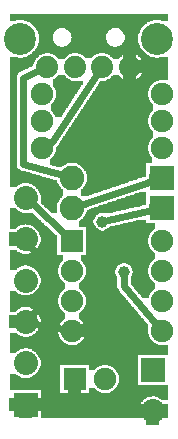
<source format=gtl>
G04 MADE WITH FRITZING*
G04 WWW.FRITZING.ORG*
G04 DOUBLE SIDED*
G04 HOLES PLATED*
G04 CONTOUR ON CENTER OF CONTOUR VECTOR*
%ASAXBY*%
%FSLAX23Y23*%
%MOIN*%
%OFA0B0*%
%SFA1.0B1.0*%
%ADD10C,0.075000*%
%ADD11C,0.082000*%
%ADD12C,0.080000*%
%ADD13C,0.074000*%
%ADD14C,0.106614*%
%ADD15C,0.039370*%
%ADD16R,0.075000X0.075000*%
%ADD17R,0.082000X0.082000*%
%ADD18R,0.080000X0.080000*%
%ADD19C,0.024000*%
%LNCOPPER1*%
G90*
G70*
G54D10*
X363Y1084D03*
X456Y594D03*
X146Y939D03*
X546Y939D03*
X146Y1119D03*
X546Y1119D03*
X256Y169D03*
X356Y169D03*
G54D11*
X544Y739D03*
X246Y739D03*
X544Y839D03*
X246Y839D03*
G54D12*
X516Y199D03*
X516Y61D03*
X92Y84D03*
X92Y222D03*
X92Y360D03*
X92Y497D03*
X92Y635D03*
X92Y773D03*
G54D10*
X246Y629D03*
X546Y629D03*
X246Y529D03*
X546Y529D03*
X246Y429D03*
X546Y429D03*
X246Y329D03*
X546Y329D03*
X146Y1029D03*
X546Y1029D03*
G54D13*
X164Y1209D03*
X258Y1209D03*
X346Y1209D03*
X440Y1209D03*
G54D14*
X530Y1304D03*
X74Y1304D03*
G54D13*
X164Y1209D03*
X258Y1209D03*
X346Y1209D03*
X440Y1209D03*
G54D14*
X530Y1304D03*
X74Y1304D03*
G54D13*
X164Y1209D03*
X258Y1209D03*
X346Y1209D03*
X440Y1209D03*
G54D14*
X530Y1304D03*
X74Y1304D03*
G54D15*
X348Y694D03*
X420Y526D03*
G54D16*
X256Y169D03*
G54D17*
X545Y739D03*
X545Y839D03*
G54D18*
X516Y199D03*
X92Y84D03*
G54D16*
X246Y629D03*
G54D19*
X277Y750D02*
X514Y829D01*
D02*
X226Y649D02*
X115Y752D01*
D02*
X171Y953D02*
X180Y958D01*
X180Y958D02*
X330Y1185D01*
D02*
X528Y351D02*
X420Y478D01*
X420Y478D02*
X420Y507D01*
D02*
X367Y698D02*
X513Y732D01*
D02*
X218Y335D02*
X123Y354D01*
D02*
X111Y610D02*
X156Y550D01*
X156Y550D02*
X156Y430D01*
X156Y430D02*
X113Y383D01*
D02*
X216Y848D02*
X84Y886D01*
X84Y886D02*
X84Y1174D01*
X84Y1174D02*
X138Y1198D01*
G36*
X200Y1182D02*
X200Y1180D01*
X198Y1180D01*
X198Y1178D01*
X196Y1178D01*
X196Y1176D01*
X194Y1176D01*
X194Y1174D01*
X192Y1174D01*
X192Y1172D01*
X190Y1172D01*
X190Y1170D01*
X186Y1170D01*
X186Y1168D01*
X182Y1168D01*
X182Y1148D01*
X184Y1148D01*
X184Y1144D01*
X186Y1144D01*
X186Y1142D01*
X188Y1142D01*
X188Y1138D01*
X190Y1138D01*
X190Y1134D01*
X192Y1134D01*
X192Y1128D01*
X194Y1128D01*
X194Y1112D01*
X192Y1112D01*
X192Y1106D01*
X190Y1106D01*
X190Y1100D01*
X188Y1100D01*
X188Y1098D01*
X186Y1098D01*
X186Y1094D01*
X184Y1094D01*
X184Y1092D01*
X182Y1092D01*
X182Y1090D01*
X180Y1090D01*
X180Y1086D01*
X178Y1086D01*
X178Y1084D01*
X176Y1084D01*
X176Y1064D01*
X178Y1064D01*
X178Y1062D01*
X180Y1062D01*
X180Y1060D01*
X182Y1060D01*
X182Y1058D01*
X184Y1058D01*
X184Y1054D01*
X186Y1054D01*
X186Y1052D01*
X188Y1052D01*
X188Y1048D01*
X190Y1048D01*
X190Y1044D01*
X212Y1044D01*
X212Y1048D01*
X214Y1048D01*
X214Y1050D01*
X216Y1050D01*
X216Y1054D01*
X218Y1054D01*
X218Y1056D01*
X220Y1056D01*
X220Y1060D01*
X222Y1060D01*
X222Y1062D01*
X224Y1062D01*
X224Y1066D01*
X226Y1066D01*
X226Y1068D01*
X228Y1068D01*
X228Y1072D01*
X230Y1072D01*
X230Y1074D01*
X232Y1074D01*
X232Y1078D01*
X234Y1078D01*
X234Y1080D01*
X236Y1080D01*
X236Y1084D01*
X238Y1084D01*
X238Y1086D01*
X240Y1086D01*
X240Y1090D01*
X242Y1090D01*
X242Y1092D01*
X244Y1092D01*
X244Y1096D01*
X246Y1096D01*
X246Y1098D01*
X248Y1098D01*
X248Y1102D01*
X250Y1102D01*
X250Y1106D01*
X252Y1106D01*
X252Y1108D01*
X254Y1108D01*
X254Y1112D01*
X256Y1112D01*
X256Y1114D01*
X258Y1114D01*
X258Y1118D01*
X260Y1118D01*
X260Y1120D01*
X262Y1120D01*
X262Y1124D01*
X264Y1124D01*
X264Y1126D01*
X266Y1126D01*
X266Y1130D01*
X268Y1130D01*
X268Y1132D01*
X270Y1132D01*
X270Y1136D01*
X272Y1136D01*
X272Y1138D01*
X274Y1138D01*
X274Y1142D01*
X276Y1142D01*
X276Y1144D01*
X278Y1144D01*
X278Y1148D01*
X280Y1148D01*
X280Y1150D01*
X282Y1150D01*
X282Y1162D01*
X250Y1162D01*
X250Y1164D01*
X244Y1164D01*
X244Y1166D01*
X240Y1166D01*
X240Y1168D01*
X236Y1168D01*
X236Y1170D01*
X232Y1170D01*
X232Y1172D01*
X230Y1172D01*
X230Y1174D01*
X228Y1174D01*
X228Y1176D01*
X226Y1176D01*
X226Y1178D01*
X224Y1178D01*
X224Y1180D01*
X222Y1180D01*
X222Y1182D01*
X200Y1182D01*
G37*
D02*
G36*
X40Y1386D02*
X40Y1366D01*
X544Y1366D01*
X544Y1364D01*
X568Y1364D01*
X568Y1386D01*
X40Y1386D01*
G37*
D02*
G36*
X40Y1366D02*
X40Y1364D01*
X60Y1364D01*
X60Y1366D01*
X40Y1366D01*
G37*
D02*
G36*
X88Y1366D02*
X88Y1364D01*
X94Y1364D01*
X94Y1362D01*
X98Y1362D01*
X98Y1360D01*
X102Y1360D01*
X102Y1358D01*
X106Y1358D01*
X106Y1356D01*
X110Y1356D01*
X110Y1354D01*
X112Y1354D01*
X112Y1352D01*
X114Y1352D01*
X114Y1350D01*
X116Y1350D01*
X116Y1348D01*
X118Y1348D01*
X118Y1346D01*
X120Y1346D01*
X120Y1344D01*
X122Y1344D01*
X122Y1342D01*
X124Y1342D01*
X124Y1340D01*
X394Y1340D01*
X394Y1338D01*
X402Y1338D01*
X402Y1336D01*
X406Y1336D01*
X406Y1334D01*
X408Y1334D01*
X408Y1332D01*
X410Y1332D01*
X410Y1330D01*
X412Y1330D01*
X412Y1328D01*
X414Y1328D01*
X414Y1326D01*
X416Y1326D01*
X416Y1324D01*
X418Y1324D01*
X418Y1320D01*
X420Y1320D01*
X420Y1316D01*
X422Y1316D01*
X422Y1300D01*
X420Y1300D01*
X420Y1294D01*
X418Y1294D01*
X418Y1292D01*
X416Y1292D01*
X416Y1288D01*
X414Y1288D01*
X414Y1286D01*
X412Y1286D01*
X412Y1284D01*
X410Y1284D01*
X410Y1282D01*
X406Y1282D01*
X406Y1280D01*
X402Y1280D01*
X402Y1278D01*
X398Y1278D01*
X398Y1276D01*
X474Y1276D01*
X474Y1278D01*
X472Y1278D01*
X472Y1284D01*
X470Y1284D01*
X470Y1290D01*
X468Y1290D01*
X468Y1318D01*
X470Y1318D01*
X470Y1324D01*
X472Y1324D01*
X472Y1328D01*
X474Y1328D01*
X474Y1332D01*
X476Y1332D01*
X476Y1336D01*
X478Y1336D01*
X478Y1338D01*
X480Y1338D01*
X480Y1342D01*
X482Y1342D01*
X482Y1344D01*
X484Y1344D01*
X484Y1346D01*
X486Y1346D01*
X486Y1348D01*
X488Y1348D01*
X488Y1350D01*
X490Y1350D01*
X490Y1352D01*
X492Y1352D01*
X492Y1354D01*
X496Y1354D01*
X496Y1356D01*
X498Y1356D01*
X498Y1358D01*
X502Y1358D01*
X502Y1360D01*
X506Y1360D01*
X506Y1362D01*
X510Y1362D01*
X510Y1364D01*
X516Y1364D01*
X516Y1366D01*
X88Y1366D01*
G37*
D02*
G36*
X126Y1340D02*
X126Y1336D01*
X128Y1336D01*
X128Y1332D01*
X130Y1332D01*
X130Y1330D01*
X132Y1330D01*
X132Y1324D01*
X134Y1324D01*
X134Y1318D01*
X136Y1318D01*
X136Y1290D01*
X134Y1290D01*
X134Y1284D01*
X132Y1284D01*
X132Y1278D01*
X130Y1278D01*
X130Y1276D01*
X206Y1276D01*
X206Y1278D01*
X202Y1278D01*
X202Y1280D01*
X198Y1280D01*
X198Y1282D01*
X194Y1282D01*
X194Y1284D01*
X192Y1284D01*
X192Y1286D01*
X190Y1286D01*
X190Y1288D01*
X188Y1288D01*
X188Y1292D01*
X186Y1292D01*
X186Y1296D01*
X184Y1296D01*
X184Y1300D01*
X182Y1300D01*
X182Y1314D01*
X184Y1314D01*
X184Y1320D01*
X186Y1320D01*
X186Y1324D01*
X188Y1324D01*
X188Y1326D01*
X190Y1326D01*
X190Y1328D01*
X192Y1328D01*
X192Y1330D01*
X194Y1330D01*
X194Y1332D01*
X196Y1332D01*
X196Y1334D01*
X198Y1334D01*
X198Y1336D01*
X202Y1336D01*
X202Y1338D01*
X212Y1338D01*
X212Y1340D01*
X126Y1340D01*
G37*
D02*
G36*
X216Y1340D02*
X216Y1338D01*
X224Y1338D01*
X224Y1336D01*
X228Y1336D01*
X228Y1334D01*
X232Y1334D01*
X232Y1332D01*
X234Y1332D01*
X234Y1330D01*
X236Y1330D01*
X236Y1328D01*
X238Y1328D01*
X238Y1326D01*
X240Y1326D01*
X240Y1322D01*
X242Y1322D01*
X242Y1318D01*
X244Y1318D01*
X244Y1308D01*
X246Y1308D01*
X246Y1306D01*
X244Y1306D01*
X244Y1298D01*
X242Y1298D01*
X242Y1294D01*
X240Y1294D01*
X240Y1290D01*
X238Y1290D01*
X238Y1288D01*
X236Y1288D01*
X236Y1286D01*
X234Y1286D01*
X234Y1284D01*
X232Y1284D01*
X232Y1282D01*
X230Y1282D01*
X230Y1280D01*
X226Y1280D01*
X226Y1278D01*
X220Y1278D01*
X220Y1276D01*
X384Y1276D01*
X384Y1278D01*
X378Y1278D01*
X378Y1280D01*
X374Y1280D01*
X374Y1282D01*
X372Y1282D01*
X372Y1284D01*
X370Y1284D01*
X370Y1286D01*
X368Y1286D01*
X368Y1288D01*
X366Y1288D01*
X366Y1290D01*
X364Y1290D01*
X364Y1294D01*
X362Y1294D01*
X362Y1298D01*
X360Y1298D01*
X360Y1318D01*
X362Y1318D01*
X362Y1322D01*
X364Y1322D01*
X364Y1324D01*
X366Y1324D01*
X366Y1328D01*
X368Y1328D01*
X368Y1330D01*
X370Y1330D01*
X370Y1332D01*
X372Y1332D01*
X372Y1334D01*
X376Y1334D01*
X376Y1336D01*
X380Y1336D01*
X380Y1338D01*
X388Y1338D01*
X388Y1340D01*
X216Y1340D01*
G37*
D02*
G36*
X130Y1276D02*
X130Y1274D01*
X474Y1274D01*
X474Y1276D01*
X130Y1276D01*
G37*
D02*
G36*
X130Y1276D02*
X130Y1274D01*
X474Y1274D01*
X474Y1276D01*
X130Y1276D01*
G37*
D02*
G36*
X130Y1276D02*
X130Y1274D01*
X474Y1274D01*
X474Y1276D01*
X130Y1276D01*
G37*
D02*
G36*
X128Y1274D02*
X128Y1272D01*
X126Y1272D01*
X126Y1268D01*
X124Y1268D01*
X124Y1266D01*
X122Y1266D01*
X122Y1264D01*
X120Y1264D01*
X120Y1262D01*
X118Y1262D01*
X118Y1260D01*
X116Y1260D01*
X116Y1258D01*
X114Y1258D01*
X114Y1256D01*
X448Y1256D01*
X448Y1254D01*
X454Y1254D01*
X454Y1252D01*
X458Y1252D01*
X458Y1250D01*
X462Y1250D01*
X462Y1248D01*
X466Y1248D01*
X466Y1246D01*
X468Y1246D01*
X468Y1244D01*
X470Y1244D01*
X470Y1242D01*
X472Y1242D01*
X472Y1240D01*
X522Y1240D01*
X522Y1242D01*
X514Y1242D01*
X514Y1244D01*
X508Y1244D01*
X508Y1246D01*
X504Y1246D01*
X504Y1248D01*
X500Y1248D01*
X500Y1250D01*
X498Y1250D01*
X498Y1252D01*
X494Y1252D01*
X494Y1254D01*
X492Y1254D01*
X492Y1256D01*
X490Y1256D01*
X490Y1258D01*
X488Y1258D01*
X488Y1260D01*
X486Y1260D01*
X486Y1262D01*
X484Y1262D01*
X484Y1264D01*
X482Y1264D01*
X482Y1266D01*
X480Y1266D01*
X480Y1268D01*
X478Y1268D01*
X478Y1272D01*
X476Y1272D01*
X476Y1274D01*
X128Y1274D01*
G37*
D02*
G36*
X112Y1256D02*
X112Y1254D01*
X110Y1254D01*
X110Y1252D01*
X108Y1252D01*
X108Y1250D01*
X104Y1250D01*
X104Y1248D01*
X100Y1248D01*
X100Y1246D01*
X96Y1246D01*
X96Y1244D01*
X90Y1244D01*
X90Y1242D01*
X82Y1242D01*
X82Y1240D01*
X132Y1240D01*
X132Y1242D01*
X134Y1242D01*
X134Y1244D01*
X136Y1244D01*
X136Y1246D01*
X138Y1246D01*
X138Y1248D01*
X142Y1248D01*
X142Y1250D01*
X146Y1250D01*
X146Y1252D01*
X150Y1252D01*
X150Y1254D01*
X156Y1254D01*
X156Y1256D01*
X112Y1256D01*
G37*
D02*
G36*
X174Y1256D02*
X174Y1254D01*
X178Y1254D01*
X178Y1252D01*
X184Y1252D01*
X184Y1250D01*
X186Y1250D01*
X186Y1248D01*
X190Y1248D01*
X190Y1246D01*
X192Y1246D01*
X192Y1244D01*
X194Y1244D01*
X194Y1242D01*
X196Y1242D01*
X196Y1240D01*
X198Y1240D01*
X198Y1238D01*
X200Y1238D01*
X200Y1236D01*
X222Y1236D01*
X222Y1238D01*
X224Y1238D01*
X224Y1240D01*
X226Y1240D01*
X226Y1242D01*
X228Y1242D01*
X228Y1244D01*
X230Y1244D01*
X230Y1246D01*
X232Y1246D01*
X232Y1248D01*
X236Y1248D01*
X236Y1250D01*
X238Y1250D01*
X238Y1252D01*
X244Y1252D01*
X244Y1254D01*
X248Y1254D01*
X248Y1256D01*
X174Y1256D01*
G37*
D02*
G36*
X266Y1256D02*
X266Y1254D01*
X272Y1254D01*
X272Y1252D01*
X276Y1252D01*
X276Y1250D01*
X280Y1250D01*
X280Y1248D01*
X284Y1248D01*
X284Y1246D01*
X286Y1246D01*
X286Y1244D01*
X288Y1244D01*
X288Y1242D01*
X290Y1242D01*
X290Y1240D01*
X292Y1240D01*
X292Y1238D01*
X312Y1238D01*
X312Y1240D01*
X314Y1240D01*
X314Y1242D01*
X316Y1242D01*
X316Y1244D01*
X318Y1244D01*
X318Y1246D01*
X320Y1246D01*
X320Y1248D01*
X324Y1248D01*
X324Y1250D01*
X328Y1250D01*
X328Y1252D01*
X332Y1252D01*
X332Y1254D01*
X338Y1254D01*
X338Y1256D01*
X266Y1256D01*
G37*
D02*
G36*
X356Y1256D02*
X356Y1254D01*
X362Y1254D01*
X362Y1252D01*
X366Y1252D01*
X366Y1250D01*
X368Y1250D01*
X368Y1248D01*
X372Y1248D01*
X372Y1246D01*
X374Y1246D01*
X374Y1244D01*
X376Y1244D01*
X376Y1242D01*
X380Y1242D01*
X380Y1238D01*
X382Y1238D01*
X382Y1236D01*
X404Y1236D01*
X404Y1238D01*
X406Y1238D01*
X406Y1240D01*
X408Y1240D01*
X408Y1242D01*
X410Y1242D01*
X410Y1244D01*
X412Y1244D01*
X412Y1246D01*
X414Y1246D01*
X414Y1248D01*
X418Y1248D01*
X418Y1250D01*
X420Y1250D01*
X420Y1252D01*
X426Y1252D01*
X426Y1254D01*
X430Y1254D01*
X430Y1256D01*
X356Y1256D01*
G37*
D02*
G36*
X548Y1244D02*
X548Y1242D01*
X538Y1242D01*
X538Y1240D01*
X568Y1240D01*
X568Y1244D01*
X548Y1244D01*
G37*
D02*
G36*
X40Y1242D02*
X40Y1240D01*
X66Y1240D01*
X66Y1242D01*
X40Y1242D01*
G37*
D02*
G36*
X40Y1240D02*
X40Y1238D01*
X130Y1238D01*
X130Y1240D01*
X40Y1240D01*
G37*
D02*
G36*
X40Y1240D02*
X40Y1238D01*
X130Y1238D01*
X130Y1240D01*
X40Y1240D01*
G37*
D02*
G36*
X474Y1240D02*
X474Y1238D01*
X568Y1238D01*
X568Y1240D01*
X474Y1240D01*
G37*
D02*
G36*
X474Y1240D02*
X474Y1238D01*
X568Y1238D01*
X568Y1240D01*
X474Y1240D01*
G37*
D02*
G36*
X40Y1238D02*
X40Y822D01*
X104Y822D01*
X104Y820D01*
X110Y820D01*
X110Y818D01*
X114Y818D01*
X114Y816D01*
X116Y816D01*
X116Y814D01*
X120Y814D01*
X120Y812D01*
X122Y812D01*
X122Y810D01*
X124Y810D01*
X124Y808D01*
X126Y808D01*
X126Y806D01*
X128Y806D01*
X128Y804D01*
X130Y804D01*
X130Y802D01*
X132Y802D01*
X132Y800D01*
X134Y800D01*
X134Y796D01*
X136Y796D01*
X136Y792D01*
X138Y792D01*
X138Y788D01*
X140Y788D01*
X140Y782D01*
X142Y782D01*
X142Y756D01*
X144Y756D01*
X144Y754D01*
X146Y754D01*
X146Y752D01*
X148Y752D01*
X148Y750D01*
X150Y750D01*
X150Y748D01*
X152Y748D01*
X152Y746D01*
X154Y746D01*
X154Y744D01*
X156Y744D01*
X156Y742D01*
X158Y742D01*
X158Y740D01*
X160Y740D01*
X160Y738D01*
X164Y738D01*
X164Y736D01*
X166Y736D01*
X166Y734D01*
X168Y734D01*
X168Y732D01*
X170Y732D01*
X170Y730D01*
X172Y730D01*
X172Y728D01*
X174Y728D01*
X174Y726D01*
X176Y726D01*
X176Y724D01*
X178Y724D01*
X178Y722D01*
X198Y722D01*
X198Y728D01*
X196Y728D01*
X196Y750D01*
X198Y750D01*
X198Y756D01*
X200Y756D01*
X200Y760D01*
X202Y760D01*
X202Y764D01*
X204Y764D01*
X204Y766D01*
X206Y766D01*
X206Y770D01*
X208Y770D01*
X208Y772D01*
X210Y772D01*
X210Y774D01*
X212Y774D01*
X212Y776D01*
X214Y776D01*
X214Y778D01*
X218Y778D01*
X218Y800D01*
X216Y800D01*
X216Y802D01*
X212Y802D01*
X212Y804D01*
X210Y804D01*
X210Y808D01*
X208Y808D01*
X208Y810D01*
X206Y810D01*
X206Y812D01*
X204Y812D01*
X204Y816D01*
X202Y816D01*
X202Y818D01*
X200Y818D01*
X200Y822D01*
X198Y822D01*
X198Y828D01*
X196Y828D01*
X196Y832D01*
X188Y832D01*
X188Y834D01*
X182Y834D01*
X182Y836D01*
X174Y836D01*
X174Y838D01*
X168Y838D01*
X168Y840D01*
X160Y840D01*
X160Y842D01*
X154Y842D01*
X154Y844D01*
X146Y844D01*
X146Y846D01*
X140Y846D01*
X140Y848D01*
X134Y848D01*
X134Y850D01*
X126Y850D01*
X126Y852D01*
X120Y852D01*
X120Y854D01*
X112Y854D01*
X112Y856D01*
X106Y856D01*
X106Y858D01*
X98Y858D01*
X98Y860D01*
X92Y860D01*
X92Y862D01*
X84Y862D01*
X84Y864D01*
X78Y864D01*
X78Y866D01*
X74Y866D01*
X74Y868D01*
X70Y868D01*
X70Y870D01*
X68Y870D01*
X68Y872D01*
X66Y872D01*
X66Y874D01*
X64Y874D01*
X64Y880D01*
X62Y880D01*
X62Y1180D01*
X64Y1180D01*
X64Y1184D01*
X66Y1184D01*
X66Y1188D01*
X68Y1188D01*
X68Y1190D01*
X70Y1190D01*
X70Y1192D01*
X74Y1192D01*
X74Y1194D01*
X78Y1194D01*
X78Y1196D01*
X82Y1196D01*
X82Y1198D01*
X86Y1198D01*
X86Y1200D01*
X90Y1200D01*
X90Y1202D01*
X96Y1202D01*
X96Y1204D01*
X100Y1204D01*
X100Y1206D01*
X104Y1206D01*
X104Y1208D01*
X110Y1208D01*
X110Y1210D01*
X114Y1210D01*
X114Y1212D01*
X118Y1212D01*
X118Y1220D01*
X120Y1220D01*
X120Y1226D01*
X122Y1226D01*
X122Y1230D01*
X124Y1230D01*
X124Y1232D01*
X126Y1232D01*
X126Y1236D01*
X128Y1236D01*
X128Y1238D01*
X40Y1238D01*
G37*
D02*
G36*
X476Y1238D02*
X476Y1236D01*
X478Y1236D01*
X478Y1232D01*
X480Y1232D01*
X480Y1230D01*
X482Y1230D01*
X482Y1226D01*
X484Y1226D01*
X484Y1220D01*
X486Y1220D01*
X486Y1198D01*
X484Y1198D01*
X484Y1192D01*
X482Y1192D01*
X482Y1188D01*
X480Y1188D01*
X480Y1186D01*
X478Y1186D01*
X478Y1182D01*
X476Y1182D01*
X476Y1180D01*
X474Y1180D01*
X474Y1178D01*
X472Y1178D01*
X472Y1176D01*
X470Y1176D01*
X470Y1174D01*
X468Y1174D01*
X468Y1172D01*
X464Y1172D01*
X464Y1170D01*
X462Y1170D01*
X462Y1168D01*
X458Y1168D01*
X458Y1166D01*
X454Y1166D01*
X454Y1164D01*
X448Y1164D01*
X448Y1162D01*
X530Y1162D01*
X530Y1164D01*
X536Y1164D01*
X536Y1166D01*
X568Y1166D01*
X568Y1238D01*
X476Y1238D01*
G37*
D02*
G36*
X382Y1182D02*
X382Y1180D01*
X380Y1180D01*
X380Y1178D01*
X378Y1178D01*
X378Y1176D01*
X376Y1176D01*
X376Y1174D01*
X374Y1174D01*
X374Y1172D01*
X372Y1172D01*
X372Y1170D01*
X368Y1170D01*
X368Y1168D01*
X364Y1168D01*
X364Y1166D01*
X360Y1166D01*
X360Y1164D01*
X354Y1164D01*
X354Y1162D01*
X432Y1162D01*
X432Y1164D01*
X426Y1164D01*
X426Y1166D01*
X422Y1166D01*
X422Y1168D01*
X418Y1168D01*
X418Y1170D01*
X414Y1170D01*
X414Y1172D01*
X412Y1172D01*
X412Y1174D01*
X410Y1174D01*
X410Y1176D01*
X408Y1176D01*
X408Y1178D01*
X406Y1178D01*
X406Y1180D01*
X404Y1180D01*
X404Y1182D01*
X382Y1182D01*
G37*
D02*
G36*
X340Y1162D02*
X340Y1160D01*
X526Y1160D01*
X526Y1162D01*
X340Y1162D01*
G37*
D02*
G36*
X340Y1162D02*
X340Y1160D01*
X526Y1160D01*
X526Y1162D01*
X340Y1162D01*
G37*
D02*
G36*
X340Y1160D02*
X340Y1158D01*
X338Y1158D01*
X338Y1156D01*
X336Y1156D01*
X336Y1152D01*
X334Y1152D01*
X334Y1150D01*
X332Y1150D01*
X332Y1146D01*
X330Y1146D01*
X330Y1144D01*
X328Y1144D01*
X328Y1140D01*
X326Y1140D01*
X326Y1136D01*
X324Y1136D01*
X324Y1134D01*
X322Y1134D01*
X322Y1130D01*
X320Y1130D01*
X320Y1128D01*
X318Y1128D01*
X318Y1124D01*
X316Y1124D01*
X316Y1122D01*
X314Y1122D01*
X314Y1118D01*
X312Y1118D01*
X312Y1116D01*
X310Y1116D01*
X310Y1112D01*
X308Y1112D01*
X308Y1110D01*
X306Y1110D01*
X306Y1106D01*
X304Y1106D01*
X304Y1104D01*
X302Y1104D01*
X302Y1100D01*
X300Y1100D01*
X300Y1098D01*
X298Y1098D01*
X298Y1094D01*
X296Y1094D01*
X296Y1092D01*
X294Y1092D01*
X294Y1088D01*
X292Y1088D01*
X292Y1086D01*
X290Y1086D01*
X290Y1082D01*
X288Y1082D01*
X288Y1080D01*
X286Y1080D01*
X286Y1076D01*
X284Y1076D01*
X284Y1074D01*
X282Y1074D01*
X282Y1070D01*
X280Y1070D01*
X280Y1068D01*
X278Y1068D01*
X278Y1064D01*
X276Y1064D01*
X276Y1062D01*
X274Y1062D01*
X274Y1058D01*
X272Y1058D01*
X272Y1056D01*
X270Y1056D01*
X270Y1052D01*
X268Y1052D01*
X268Y1050D01*
X266Y1050D01*
X266Y1046D01*
X264Y1046D01*
X264Y1044D01*
X262Y1044D01*
X262Y1040D01*
X260Y1040D01*
X260Y1038D01*
X258Y1038D01*
X258Y1034D01*
X256Y1034D01*
X256Y1032D01*
X254Y1032D01*
X254Y1028D01*
X252Y1028D01*
X252Y1026D01*
X250Y1026D01*
X250Y1022D01*
X248Y1022D01*
X248Y1020D01*
X246Y1020D01*
X246Y1016D01*
X244Y1016D01*
X244Y1014D01*
X242Y1014D01*
X242Y1010D01*
X240Y1010D01*
X240Y1008D01*
X238Y1008D01*
X238Y1004D01*
X236Y1004D01*
X236Y1002D01*
X234Y1002D01*
X234Y998D01*
X232Y998D01*
X232Y996D01*
X230Y996D01*
X230Y992D01*
X228Y992D01*
X228Y990D01*
X226Y990D01*
X226Y986D01*
X224Y986D01*
X224Y984D01*
X222Y984D01*
X222Y980D01*
X220Y980D01*
X220Y978D01*
X218Y978D01*
X218Y974D01*
X216Y974D01*
X216Y972D01*
X214Y972D01*
X214Y968D01*
X212Y968D01*
X212Y966D01*
X210Y966D01*
X210Y962D01*
X208Y962D01*
X208Y958D01*
X206Y958D01*
X206Y956D01*
X204Y956D01*
X204Y952D01*
X202Y952D01*
X202Y950D01*
X200Y950D01*
X200Y946D01*
X198Y946D01*
X198Y944D01*
X196Y944D01*
X196Y942D01*
X194Y942D01*
X194Y932D01*
X192Y932D01*
X192Y926D01*
X190Y926D01*
X190Y920D01*
X188Y920D01*
X188Y918D01*
X186Y918D01*
X186Y914D01*
X184Y914D01*
X184Y912D01*
X182Y912D01*
X182Y910D01*
X180Y910D01*
X180Y906D01*
X178Y906D01*
X178Y904D01*
X174Y904D01*
X174Y890D01*
X256Y890D01*
X256Y888D01*
X262Y888D01*
X262Y886D01*
X266Y886D01*
X266Y884D01*
X270Y884D01*
X270Y882D01*
X274Y882D01*
X274Y880D01*
X276Y880D01*
X276Y878D01*
X278Y878D01*
X278Y876D01*
X280Y876D01*
X280Y874D01*
X282Y874D01*
X282Y872D01*
X284Y872D01*
X284Y870D01*
X286Y870D01*
X286Y868D01*
X288Y868D01*
X288Y864D01*
X290Y864D01*
X290Y862D01*
X292Y862D01*
X292Y858D01*
X294Y858D01*
X294Y854D01*
X296Y854D01*
X296Y844D01*
X298Y844D01*
X298Y834D01*
X296Y834D01*
X296Y826D01*
X294Y826D01*
X294Y820D01*
X292Y820D01*
X292Y818D01*
X290Y818D01*
X290Y814D01*
X288Y814D01*
X288Y810D01*
X286Y810D01*
X286Y808D01*
X284Y808D01*
X284Y806D01*
X282Y806D01*
X282Y804D01*
X280Y804D01*
X280Y802D01*
X278Y802D01*
X278Y800D01*
X276Y800D01*
X276Y778D01*
X296Y778D01*
X296Y780D01*
X302Y780D01*
X302Y782D01*
X308Y782D01*
X308Y784D01*
X314Y784D01*
X314Y786D01*
X320Y786D01*
X320Y788D01*
X326Y788D01*
X326Y790D01*
X332Y790D01*
X332Y792D01*
X338Y792D01*
X338Y794D01*
X344Y794D01*
X344Y796D01*
X350Y796D01*
X350Y798D01*
X356Y798D01*
X356Y800D01*
X362Y800D01*
X362Y802D01*
X368Y802D01*
X368Y804D01*
X374Y804D01*
X374Y806D01*
X380Y806D01*
X380Y808D01*
X386Y808D01*
X386Y810D01*
X392Y810D01*
X392Y812D01*
X398Y812D01*
X398Y814D01*
X404Y814D01*
X404Y816D01*
X410Y816D01*
X410Y818D01*
X416Y818D01*
X416Y820D01*
X422Y820D01*
X422Y822D01*
X426Y822D01*
X426Y824D01*
X432Y824D01*
X432Y826D01*
X438Y826D01*
X438Y828D01*
X444Y828D01*
X444Y830D01*
X450Y830D01*
X450Y832D01*
X456Y832D01*
X456Y834D01*
X462Y834D01*
X462Y836D01*
X468Y836D01*
X468Y838D01*
X474Y838D01*
X474Y840D01*
X480Y840D01*
X480Y842D01*
X486Y842D01*
X486Y844D01*
X492Y844D01*
X492Y846D01*
X494Y846D01*
X494Y890D01*
X512Y890D01*
X512Y910D01*
X510Y910D01*
X510Y912D01*
X508Y912D01*
X508Y916D01*
X506Y916D01*
X506Y918D01*
X504Y918D01*
X504Y922D01*
X502Y922D01*
X502Y928D01*
X500Y928D01*
X500Y938D01*
X498Y938D01*
X498Y940D01*
X500Y940D01*
X500Y950D01*
X502Y950D01*
X502Y956D01*
X504Y956D01*
X504Y960D01*
X506Y960D01*
X506Y964D01*
X508Y964D01*
X508Y966D01*
X510Y966D01*
X510Y968D01*
X512Y968D01*
X512Y970D01*
X514Y970D01*
X514Y972D01*
X516Y972D01*
X516Y974D01*
X518Y974D01*
X518Y994D01*
X516Y994D01*
X516Y996D01*
X514Y996D01*
X514Y998D01*
X512Y998D01*
X512Y1000D01*
X510Y1000D01*
X510Y1002D01*
X508Y1002D01*
X508Y1006D01*
X506Y1006D01*
X506Y1008D01*
X504Y1008D01*
X504Y1012D01*
X502Y1012D01*
X502Y1018D01*
X500Y1018D01*
X500Y1028D01*
X498Y1028D01*
X498Y1030D01*
X500Y1030D01*
X500Y1040D01*
X502Y1040D01*
X502Y1046D01*
X504Y1046D01*
X504Y1050D01*
X506Y1050D01*
X506Y1054D01*
X508Y1054D01*
X508Y1056D01*
X510Y1056D01*
X510Y1058D01*
X512Y1058D01*
X512Y1060D01*
X514Y1060D01*
X514Y1062D01*
X516Y1062D01*
X516Y1064D01*
X518Y1064D01*
X518Y1084D01*
X516Y1084D01*
X516Y1086D01*
X514Y1086D01*
X514Y1088D01*
X512Y1088D01*
X512Y1090D01*
X510Y1090D01*
X510Y1092D01*
X508Y1092D01*
X508Y1096D01*
X506Y1096D01*
X506Y1098D01*
X504Y1098D01*
X504Y1102D01*
X502Y1102D01*
X502Y1108D01*
X500Y1108D01*
X500Y1118D01*
X498Y1118D01*
X498Y1120D01*
X500Y1120D01*
X500Y1130D01*
X502Y1130D01*
X502Y1136D01*
X504Y1136D01*
X504Y1140D01*
X506Y1140D01*
X506Y1144D01*
X508Y1144D01*
X508Y1146D01*
X510Y1146D01*
X510Y1148D01*
X512Y1148D01*
X512Y1150D01*
X514Y1150D01*
X514Y1152D01*
X516Y1152D01*
X516Y1154D01*
X518Y1154D01*
X518Y1156D01*
X520Y1156D01*
X520Y1158D01*
X522Y1158D01*
X522Y1160D01*
X340Y1160D01*
G37*
D02*
G36*
X174Y890D02*
X174Y882D01*
X180Y882D01*
X180Y880D01*
X188Y880D01*
X188Y878D01*
X194Y878D01*
X194Y876D01*
X214Y876D01*
X214Y878D01*
X218Y878D01*
X218Y880D01*
X220Y880D01*
X220Y882D01*
X222Y882D01*
X222Y884D01*
X226Y884D01*
X226Y886D01*
X230Y886D01*
X230Y888D01*
X236Y888D01*
X236Y890D01*
X174Y890D01*
G37*
D02*
G36*
X40Y822D02*
X40Y808D01*
X60Y808D01*
X60Y810D01*
X62Y810D01*
X62Y812D01*
X64Y812D01*
X64Y814D01*
X68Y814D01*
X68Y816D01*
X72Y816D01*
X72Y818D01*
X74Y818D01*
X74Y820D01*
X80Y820D01*
X80Y822D01*
X40Y822D01*
G37*
D02*
G36*
X470Y792D02*
X470Y790D01*
X464Y790D01*
X464Y788D01*
X458Y788D01*
X458Y786D01*
X452Y786D01*
X452Y784D01*
X446Y784D01*
X446Y782D01*
X440Y782D01*
X440Y780D01*
X434Y780D01*
X434Y778D01*
X428Y778D01*
X428Y776D01*
X422Y776D01*
X422Y774D01*
X416Y774D01*
X416Y772D01*
X410Y772D01*
X410Y770D01*
X404Y770D01*
X404Y768D01*
X398Y768D01*
X398Y766D01*
X392Y766D01*
X392Y764D01*
X386Y764D01*
X386Y762D01*
X380Y762D01*
X380Y760D01*
X374Y760D01*
X374Y758D01*
X368Y758D01*
X368Y756D01*
X362Y756D01*
X362Y754D01*
X356Y754D01*
X356Y752D01*
X350Y752D01*
X350Y750D01*
X344Y750D01*
X344Y748D01*
X338Y748D01*
X338Y746D01*
X332Y746D01*
X332Y744D01*
X326Y744D01*
X326Y742D01*
X320Y742D01*
X320Y740D01*
X316Y740D01*
X316Y738D01*
X310Y738D01*
X310Y736D01*
X304Y736D01*
X304Y734D01*
X298Y734D01*
X298Y732D01*
X296Y732D01*
X296Y726D01*
X294Y726D01*
X294Y724D01*
X354Y724D01*
X354Y722D01*
X376Y722D01*
X376Y724D01*
X384Y724D01*
X384Y726D01*
X394Y726D01*
X394Y728D01*
X402Y728D01*
X402Y730D01*
X410Y730D01*
X410Y732D01*
X420Y732D01*
X420Y734D01*
X428Y734D01*
X428Y736D01*
X436Y736D01*
X436Y738D01*
X446Y738D01*
X446Y740D01*
X454Y740D01*
X454Y742D01*
X462Y742D01*
X462Y744D01*
X472Y744D01*
X472Y746D01*
X480Y746D01*
X480Y748D01*
X488Y748D01*
X488Y750D01*
X494Y750D01*
X494Y792D01*
X470Y792D01*
G37*
D02*
G36*
X40Y738D02*
X40Y722D01*
X90Y722D01*
X90Y724D01*
X80Y724D01*
X80Y726D01*
X74Y726D01*
X74Y728D01*
X70Y728D01*
X70Y730D01*
X68Y730D01*
X68Y732D01*
X64Y732D01*
X64Y734D01*
X62Y734D01*
X62Y736D01*
X60Y736D01*
X60Y738D01*
X40Y738D01*
G37*
D02*
G36*
X94Y724D02*
X94Y722D01*
X114Y722D01*
X114Y724D01*
X94Y724D01*
G37*
D02*
G36*
X294Y724D02*
X294Y720D01*
X292Y720D01*
X292Y718D01*
X290Y718D01*
X290Y714D01*
X288Y714D01*
X288Y710D01*
X286Y710D01*
X286Y708D01*
X284Y708D01*
X284Y706D01*
X282Y706D01*
X282Y704D01*
X280Y704D01*
X280Y702D01*
X278Y702D01*
X278Y700D01*
X276Y700D01*
X276Y698D01*
X272Y698D01*
X272Y696D01*
X270Y696D01*
X270Y676D01*
X294Y676D01*
X294Y664D01*
X344Y664D01*
X344Y666D01*
X338Y666D01*
X338Y668D01*
X334Y668D01*
X334Y670D01*
X332Y670D01*
X332Y672D01*
X328Y672D01*
X328Y674D01*
X326Y674D01*
X326Y678D01*
X324Y678D01*
X324Y680D01*
X322Y680D01*
X322Y684D01*
X320Y684D01*
X320Y688D01*
X318Y688D01*
X318Y700D01*
X320Y700D01*
X320Y704D01*
X322Y704D01*
X322Y708D01*
X324Y708D01*
X324Y710D01*
X326Y710D01*
X326Y714D01*
X328Y714D01*
X328Y716D01*
X332Y716D01*
X332Y718D01*
X334Y718D01*
X334Y720D01*
X338Y720D01*
X338Y722D01*
X342Y722D01*
X342Y724D01*
X294Y724D01*
G37*
D02*
G36*
X40Y722D02*
X40Y720D01*
X116Y720D01*
X116Y722D01*
X40Y722D01*
G37*
D02*
G36*
X40Y722D02*
X40Y720D01*
X116Y720D01*
X116Y722D01*
X40Y722D01*
G37*
D02*
G36*
X40Y720D02*
X40Y686D01*
X94Y686D01*
X94Y684D01*
X104Y684D01*
X104Y682D01*
X110Y682D01*
X110Y680D01*
X114Y680D01*
X114Y678D01*
X116Y678D01*
X116Y676D01*
X120Y676D01*
X120Y674D01*
X122Y674D01*
X122Y672D01*
X124Y672D01*
X124Y670D01*
X126Y670D01*
X126Y668D01*
X128Y668D01*
X128Y666D01*
X130Y666D01*
X130Y664D01*
X132Y664D01*
X132Y662D01*
X134Y662D01*
X134Y658D01*
X136Y658D01*
X136Y654D01*
X138Y654D01*
X138Y650D01*
X140Y650D01*
X140Y644D01*
X142Y644D01*
X142Y626D01*
X140Y626D01*
X140Y620D01*
X138Y620D01*
X138Y616D01*
X136Y616D01*
X136Y612D01*
X134Y612D01*
X134Y608D01*
X132Y608D01*
X132Y606D01*
X130Y606D01*
X130Y604D01*
X128Y604D01*
X128Y602D01*
X126Y602D01*
X126Y600D01*
X124Y600D01*
X124Y598D01*
X122Y598D01*
X122Y596D01*
X120Y596D01*
X120Y594D01*
X116Y594D01*
X116Y592D01*
X114Y592D01*
X114Y590D01*
X110Y590D01*
X110Y588D01*
X104Y588D01*
X104Y586D01*
X198Y586D01*
X198Y646D01*
X196Y646D01*
X196Y648D01*
X192Y648D01*
X192Y650D01*
X190Y650D01*
X190Y652D01*
X188Y652D01*
X188Y654D01*
X186Y654D01*
X186Y656D01*
X184Y656D01*
X184Y658D01*
X182Y658D01*
X182Y660D01*
X180Y660D01*
X180Y662D01*
X178Y662D01*
X178Y664D01*
X176Y664D01*
X176Y666D01*
X174Y666D01*
X174Y668D01*
X172Y668D01*
X172Y670D01*
X170Y670D01*
X170Y672D01*
X168Y672D01*
X168Y674D01*
X166Y674D01*
X166Y676D01*
X162Y676D01*
X162Y678D01*
X160Y678D01*
X160Y680D01*
X158Y680D01*
X158Y682D01*
X156Y682D01*
X156Y684D01*
X154Y684D01*
X154Y686D01*
X152Y686D01*
X152Y688D01*
X150Y688D01*
X150Y690D01*
X148Y690D01*
X148Y692D01*
X146Y692D01*
X146Y694D01*
X144Y694D01*
X144Y696D01*
X142Y696D01*
X142Y698D01*
X140Y698D01*
X140Y700D01*
X138Y700D01*
X138Y702D01*
X134Y702D01*
X134Y704D01*
X132Y704D01*
X132Y706D01*
X130Y706D01*
X130Y708D01*
X128Y708D01*
X128Y710D01*
X126Y710D01*
X126Y712D01*
X124Y712D01*
X124Y714D01*
X122Y714D01*
X122Y716D01*
X120Y716D01*
X120Y718D01*
X118Y718D01*
X118Y720D01*
X40Y720D01*
G37*
D02*
G36*
X468Y700D02*
X468Y698D01*
X460Y698D01*
X460Y696D01*
X450Y696D01*
X450Y694D01*
X442Y694D01*
X442Y692D01*
X432Y692D01*
X432Y690D01*
X424Y690D01*
X424Y688D01*
X416Y688D01*
X416Y686D01*
X406Y686D01*
X406Y684D01*
X398Y684D01*
X398Y682D01*
X390Y682D01*
X390Y680D01*
X380Y680D01*
X380Y678D01*
X372Y678D01*
X372Y676D01*
X370Y676D01*
X370Y674D01*
X368Y674D01*
X368Y672D01*
X364Y672D01*
X364Y670D01*
X362Y670D01*
X362Y668D01*
X358Y668D01*
X358Y666D01*
X352Y666D01*
X352Y664D01*
X518Y664D01*
X518Y666D01*
X520Y666D01*
X520Y668D01*
X522Y668D01*
X522Y688D01*
X494Y688D01*
X494Y700D01*
X468Y700D01*
G37*
D02*
G36*
X40Y686D02*
X40Y670D01*
X60Y670D01*
X60Y672D01*
X62Y672D01*
X62Y674D01*
X64Y674D01*
X64Y676D01*
X68Y676D01*
X68Y678D01*
X70Y678D01*
X70Y680D01*
X74Y680D01*
X74Y682D01*
X80Y682D01*
X80Y684D01*
X90Y684D01*
X90Y686D01*
X40Y686D01*
G37*
D02*
G36*
X294Y664D02*
X294Y662D01*
X516Y662D01*
X516Y664D01*
X294Y664D01*
G37*
D02*
G36*
X294Y664D02*
X294Y662D01*
X516Y662D01*
X516Y664D01*
X294Y664D01*
G37*
D02*
G36*
X294Y662D02*
X294Y582D01*
X278Y582D01*
X278Y562D01*
X280Y562D01*
X280Y560D01*
X282Y560D01*
X282Y558D01*
X284Y558D01*
X284Y556D01*
X426Y556D01*
X426Y554D01*
X430Y554D01*
X430Y552D01*
X434Y552D01*
X434Y550D01*
X436Y550D01*
X436Y548D01*
X440Y548D01*
X440Y546D01*
X442Y546D01*
X442Y542D01*
X444Y542D01*
X444Y540D01*
X446Y540D01*
X446Y536D01*
X448Y536D01*
X448Y530D01*
X450Y530D01*
X450Y522D01*
X448Y522D01*
X448Y516D01*
X446Y516D01*
X446Y512D01*
X444Y512D01*
X444Y510D01*
X442Y510D01*
X442Y484D01*
X444Y484D01*
X444Y482D01*
X446Y482D01*
X446Y480D01*
X448Y480D01*
X448Y478D01*
X450Y478D01*
X450Y476D01*
X452Y476D01*
X452Y474D01*
X454Y474D01*
X454Y470D01*
X456Y470D01*
X456Y468D01*
X458Y468D01*
X458Y466D01*
X460Y466D01*
X460Y464D01*
X462Y464D01*
X462Y462D01*
X464Y462D01*
X464Y460D01*
X466Y460D01*
X466Y456D01*
X468Y456D01*
X468Y454D01*
X470Y454D01*
X470Y452D01*
X472Y452D01*
X472Y450D01*
X474Y450D01*
X474Y448D01*
X476Y448D01*
X476Y444D01*
X478Y444D01*
X478Y442D01*
X480Y442D01*
X480Y440D01*
X502Y440D01*
X502Y446D01*
X504Y446D01*
X504Y450D01*
X506Y450D01*
X506Y454D01*
X508Y454D01*
X508Y456D01*
X510Y456D01*
X510Y458D01*
X512Y458D01*
X512Y460D01*
X514Y460D01*
X514Y462D01*
X516Y462D01*
X516Y464D01*
X518Y464D01*
X518Y466D01*
X520Y466D01*
X520Y468D01*
X522Y468D01*
X522Y470D01*
X524Y470D01*
X524Y490D01*
X520Y490D01*
X520Y492D01*
X518Y492D01*
X518Y494D01*
X516Y494D01*
X516Y496D01*
X514Y496D01*
X514Y498D01*
X512Y498D01*
X512Y500D01*
X510Y500D01*
X510Y502D01*
X508Y502D01*
X508Y506D01*
X506Y506D01*
X506Y508D01*
X504Y508D01*
X504Y512D01*
X502Y512D01*
X502Y518D01*
X500Y518D01*
X500Y528D01*
X498Y528D01*
X498Y530D01*
X500Y530D01*
X500Y540D01*
X502Y540D01*
X502Y546D01*
X504Y546D01*
X504Y550D01*
X506Y550D01*
X506Y554D01*
X508Y554D01*
X508Y556D01*
X510Y556D01*
X510Y558D01*
X512Y558D01*
X512Y560D01*
X514Y560D01*
X514Y562D01*
X516Y562D01*
X516Y564D01*
X518Y564D01*
X518Y566D01*
X520Y566D01*
X520Y568D01*
X522Y568D01*
X522Y570D01*
X524Y570D01*
X524Y590D01*
X520Y590D01*
X520Y592D01*
X518Y592D01*
X518Y594D01*
X516Y594D01*
X516Y596D01*
X514Y596D01*
X514Y598D01*
X512Y598D01*
X512Y600D01*
X510Y600D01*
X510Y602D01*
X508Y602D01*
X508Y606D01*
X506Y606D01*
X506Y608D01*
X504Y608D01*
X504Y612D01*
X502Y612D01*
X502Y618D01*
X500Y618D01*
X500Y628D01*
X498Y628D01*
X498Y630D01*
X500Y630D01*
X500Y640D01*
X502Y640D01*
X502Y646D01*
X504Y646D01*
X504Y650D01*
X506Y650D01*
X506Y654D01*
X508Y654D01*
X508Y656D01*
X510Y656D01*
X510Y658D01*
X512Y658D01*
X512Y660D01*
X514Y660D01*
X514Y662D01*
X294Y662D01*
G37*
D02*
G36*
X40Y600D02*
X40Y586D01*
X80Y586D01*
X80Y588D01*
X74Y588D01*
X74Y590D01*
X72Y590D01*
X72Y592D01*
X68Y592D01*
X68Y594D01*
X64Y594D01*
X64Y596D01*
X62Y596D01*
X62Y598D01*
X60Y598D01*
X60Y600D01*
X40Y600D01*
G37*
D02*
G36*
X40Y586D02*
X40Y584D01*
X198Y584D01*
X198Y586D01*
X40Y586D01*
G37*
D02*
G36*
X40Y586D02*
X40Y584D01*
X198Y584D01*
X198Y586D01*
X40Y586D01*
G37*
D02*
G36*
X40Y584D02*
X40Y548D01*
X96Y548D01*
X96Y546D01*
X106Y546D01*
X106Y544D01*
X110Y544D01*
X110Y542D01*
X114Y542D01*
X114Y540D01*
X118Y540D01*
X118Y538D01*
X120Y538D01*
X120Y536D01*
X122Y536D01*
X122Y534D01*
X124Y534D01*
X124Y532D01*
X128Y532D01*
X128Y528D01*
X130Y528D01*
X130Y526D01*
X132Y526D01*
X132Y524D01*
X134Y524D01*
X134Y520D01*
X136Y520D01*
X136Y518D01*
X138Y518D01*
X138Y512D01*
X140Y512D01*
X140Y506D01*
X142Y506D01*
X142Y488D01*
X140Y488D01*
X140Y482D01*
X138Y482D01*
X138Y478D01*
X136Y478D01*
X136Y474D01*
X134Y474D01*
X134Y470D01*
X132Y470D01*
X132Y468D01*
X130Y468D01*
X130Y466D01*
X128Y466D01*
X128Y464D01*
X126Y464D01*
X126Y462D01*
X124Y462D01*
X124Y460D01*
X122Y460D01*
X122Y458D01*
X120Y458D01*
X120Y456D01*
X116Y456D01*
X116Y454D01*
X112Y454D01*
X112Y452D01*
X108Y452D01*
X108Y450D01*
X104Y450D01*
X104Y448D01*
X204Y448D01*
X204Y450D01*
X206Y450D01*
X206Y454D01*
X208Y454D01*
X208Y456D01*
X210Y456D01*
X210Y458D01*
X212Y458D01*
X212Y460D01*
X214Y460D01*
X214Y462D01*
X216Y462D01*
X216Y464D01*
X218Y464D01*
X218Y466D01*
X220Y466D01*
X220Y468D01*
X222Y468D01*
X222Y470D01*
X224Y470D01*
X224Y490D01*
X220Y490D01*
X220Y492D01*
X218Y492D01*
X218Y494D01*
X216Y494D01*
X216Y496D01*
X214Y496D01*
X214Y498D01*
X212Y498D01*
X212Y500D01*
X210Y500D01*
X210Y502D01*
X208Y502D01*
X208Y506D01*
X206Y506D01*
X206Y508D01*
X204Y508D01*
X204Y512D01*
X202Y512D01*
X202Y518D01*
X200Y518D01*
X200Y528D01*
X198Y528D01*
X198Y530D01*
X200Y530D01*
X200Y540D01*
X202Y540D01*
X202Y546D01*
X204Y546D01*
X204Y550D01*
X206Y550D01*
X206Y554D01*
X208Y554D01*
X208Y556D01*
X210Y556D01*
X210Y558D01*
X212Y558D01*
X212Y560D01*
X214Y560D01*
X214Y562D01*
X216Y562D01*
X216Y582D01*
X198Y582D01*
X198Y584D01*
X40Y584D01*
G37*
D02*
G36*
X284Y556D02*
X284Y554D01*
X286Y554D01*
X286Y552D01*
X288Y552D01*
X288Y548D01*
X290Y548D01*
X290Y544D01*
X292Y544D01*
X292Y538D01*
X294Y538D01*
X294Y522D01*
X292Y522D01*
X292Y516D01*
X290Y516D01*
X290Y510D01*
X288Y510D01*
X288Y508D01*
X286Y508D01*
X286Y504D01*
X284Y504D01*
X284Y502D01*
X282Y502D01*
X282Y500D01*
X280Y500D01*
X280Y496D01*
X278Y496D01*
X278Y494D01*
X274Y494D01*
X274Y492D01*
X272Y492D01*
X272Y490D01*
X270Y490D01*
X270Y468D01*
X272Y468D01*
X272Y466D01*
X276Y466D01*
X276Y464D01*
X278Y464D01*
X278Y462D01*
X280Y462D01*
X280Y460D01*
X282Y460D01*
X282Y458D01*
X284Y458D01*
X284Y454D01*
X286Y454D01*
X286Y452D01*
X288Y452D01*
X288Y448D01*
X290Y448D01*
X290Y444D01*
X292Y444D01*
X292Y438D01*
X294Y438D01*
X294Y422D01*
X292Y422D01*
X292Y416D01*
X290Y416D01*
X290Y410D01*
X288Y410D01*
X288Y408D01*
X286Y408D01*
X286Y404D01*
X284Y404D01*
X284Y402D01*
X282Y402D01*
X282Y400D01*
X280Y400D01*
X280Y396D01*
X278Y396D01*
X278Y394D01*
X274Y394D01*
X274Y392D01*
X272Y392D01*
X272Y390D01*
X270Y390D01*
X270Y368D01*
X272Y368D01*
X272Y366D01*
X276Y366D01*
X276Y364D01*
X278Y364D01*
X278Y362D01*
X280Y362D01*
X280Y360D01*
X282Y360D01*
X282Y358D01*
X284Y358D01*
X284Y354D01*
X286Y354D01*
X286Y352D01*
X288Y352D01*
X288Y348D01*
X290Y348D01*
X290Y344D01*
X292Y344D01*
X292Y338D01*
X294Y338D01*
X294Y322D01*
X292Y322D01*
X292Y316D01*
X290Y316D01*
X290Y310D01*
X288Y310D01*
X288Y308D01*
X286Y308D01*
X286Y304D01*
X284Y304D01*
X284Y302D01*
X282Y302D01*
X282Y300D01*
X280Y300D01*
X280Y296D01*
X278Y296D01*
X278Y294D01*
X274Y294D01*
X274Y292D01*
X272Y292D01*
X272Y290D01*
X270Y290D01*
X270Y288D01*
X266Y288D01*
X266Y286D01*
X262Y286D01*
X262Y284D01*
X256Y284D01*
X256Y282D01*
X538Y282D01*
X538Y284D01*
X532Y284D01*
X532Y286D01*
X528Y286D01*
X528Y288D01*
X524Y288D01*
X524Y290D01*
X520Y290D01*
X520Y292D01*
X518Y292D01*
X518Y294D01*
X516Y294D01*
X516Y296D01*
X514Y296D01*
X514Y298D01*
X512Y298D01*
X512Y300D01*
X510Y300D01*
X510Y302D01*
X508Y302D01*
X508Y306D01*
X506Y306D01*
X506Y308D01*
X504Y308D01*
X504Y312D01*
X502Y312D01*
X502Y318D01*
X500Y318D01*
X500Y328D01*
X498Y328D01*
X498Y330D01*
X500Y330D01*
X500Y352D01*
X498Y352D01*
X498Y354D01*
X496Y354D01*
X496Y356D01*
X494Y356D01*
X494Y358D01*
X492Y358D01*
X492Y360D01*
X490Y360D01*
X490Y362D01*
X488Y362D01*
X488Y366D01*
X486Y366D01*
X486Y368D01*
X484Y368D01*
X484Y370D01*
X482Y370D01*
X482Y372D01*
X480Y372D01*
X480Y374D01*
X478Y374D01*
X478Y376D01*
X476Y376D01*
X476Y380D01*
X474Y380D01*
X474Y382D01*
X472Y382D01*
X472Y384D01*
X470Y384D01*
X470Y386D01*
X468Y386D01*
X468Y388D01*
X466Y388D01*
X466Y392D01*
X464Y392D01*
X464Y394D01*
X462Y394D01*
X462Y396D01*
X460Y396D01*
X460Y398D01*
X458Y398D01*
X458Y400D01*
X456Y400D01*
X456Y402D01*
X454Y402D01*
X454Y406D01*
X452Y406D01*
X452Y408D01*
X450Y408D01*
X450Y410D01*
X448Y410D01*
X448Y412D01*
X446Y412D01*
X446Y414D01*
X444Y414D01*
X444Y416D01*
X442Y416D01*
X442Y420D01*
X440Y420D01*
X440Y422D01*
X438Y422D01*
X438Y424D01*
X436Y424D01*
X436Y426D01*
X434Y426D01*
X434Y428D01*
X432Y428D01*
X432Y432D01*
X430Y432D01*
X430Y434D01*
X428Y434D01*
X428Y436D01*
X426Y436D01*
X426Y438D01*
X424Y438D01*
X424Y440D01*
X422Y440D01*
X422Y442D01*
X420Y442D01*
X420Y446D01*
X418Y446D01*
X418Y448D01*
X416Y448D01*
X416Y450D01*
X414Y450D01*
X414Y452D01*
X412Y452D01*
X412Y454D01*
X410Y454D01*
X410Y456D01*
X408Y456D01*
X408Y460D01*
X406Y460D01*
X406Y462D01*
X404Y462D01*
X404Y464D01*
X402Y464D01*
X402Y468D01*
X400Y468D01*
X400Y472D01*
X398Y472D01*
X398Y510D01*
X396Y510D01*
X396Y512D01*
X394Y512D01*
X394Y516D01*
X392Y516D01*
X392Y520D01*
X390Y520D01*
X390Y532D01*
X392Y532D01*
X392Y536D01*
X394Y536D01*
X394Y540D01*
X396Y540D01*
X396Y542D01*
X398Y542D01*
X398Y546D01*
X400Y546D01*
X400Y548D01*
X404Y548D01*
X404Y550D01*
X406Y550D01*
X406Y552D01*
X410Y552D01*
X410Y554D01*
X414Y554D01*
X414Y556D01*
X284Y556D01*
G37*
D02*
G36*
X40Y548D02*
X40Y532D01*
X60Y532D01*
X60Y534D01*
X62Y534D01*
X62Y536D01*
X64Y536D01*
X64Y538D01*
X68Y538D01*
X68Y540D01*
X70Y540D01*
X70Y542D01*
X74Y542D01*
X74Y544D01*
X78Y544D01*
X78Y546D01*
X88Y546D01*
X88Y548D01*
X40Y548D01*
G37*
D02*
G36*
X40Y462D02*
X40Y448D01*
X82Y448D01*
X82Y450D01*
X76Y450D01*
X76Y452D01*
X72Y452D01*
X72Y454D01*
X68Y454D01*
X68Y456D01*
X64Y456D01*
X64Y458D01*
X62Y458D01*
X62Y460D01*
X60Y460D01*
X60Y462D01*
X40Y462D01*
G37*
D02*
G36*
X40Y448D02*
X40Y446D01*
X204Y446D01*
X204Y448D01*
X40Y448D01*
G37*
D02*
G36*
X40Y448D02*
X40Y446D01*
X204Y446D01*
X204Y448D01*
X40Y448D01*
G37*
D02*
G36*
X40Y446D02*
X40Y410D01*
X98Y410D01*
X98Y408D01*
X106Y408D01*
X106Y406D01*
X110Y406D01*
X110Y404D01*
X114Y404D01*
X114Y402D01*
X118Y402D01*
X118Y400D01*
X120Y400D01*
X120Y398D01*
X122Y398D01*
X122Y396D01*
X126Y396D01*
X126Y394D01*
X128Y394D01*
X128Y390D01*
X130Y390D01*
X130Y388D01*
X132Y388D01*
X132Y386D01*
X134Y386D01*
X134Y382D01*
X136Y382D01*
X136Y380D01*
X138Y380D01*
X138Y376D01*
X140Y376D01*
X140Y370D01*
X142Y370D01*
X142Y350D01*
X140Y350D01*
X140Y344D01*
X138Y344D01*
X138Y340D01*
X136Y340D01*
X136Y336D01*
X134Y336D01*
X134Y332D01*
X132Y332D01*
X132Y330D01*
X130Y330D01*
X130Y328D01*
X128Y328D01*
X128Y326D01*
X126Y326D01*
X126Y324D01*
X124Y324D01*
X124Y322D01*
X122Y322D01*
X122Y320D01*
X120Y320D01*
X120Y318D01*
X116Y318D01*
X116Y316D01*
X112Y316D01*
X112Y314D01*
X108Y314D01*
X108Y312D01*
X102Y312D01*
X102Y310D01*
X204Y310D01*
X204Y312D01*
X202Y312D01*
X202Y318D01*
X200Y318D01*
X200Y328D01*
X198Y328D01*
X198Y330D01*
X200Y330D01*
X200Y340D01*
X202Y340D01*
X202Y346D01*
X204Y346D01*
X204Y350D01*
X206Y350D01*
X206Y354D01*
X208Y354D01*
X208Y356D01*
X210Y356D01*
X210Y358D01*
X212Y358D01*
X212Y360D01*
X214Y360D01*
X214Y362D01*
X216Y362D01*
X216Y364D01*
X218Y364D01*
X218Y366D01*
X220Y366D01*
X220Y368D01*
X222Y368D01*
X222Y370D01*
X224Y370D01*
X224Y390D01*
X220Y390D01*
X220Y392D01*
X218Y392D01*
X218Y394D01*
X216Y394D01*
X216Y396D01*
X214Y396D01*
X214Y398D01*
X212Y398D01*
X212Y400D01*
X210Y400D01*
X210Y402D01*
X208Y402D01*
X208Y406D01*
X206Y406D01*
X206Y408D01*
X204Y408D01*
X204Y412D01*
X202Y412D01*
X202Y418D01*
X200Y418D01*
X200Y428D01*
X198Y428D01*
X198Y430D01*
X200Y430D01*
X200Y440D01*
X202Y440D01*
X202Y446D01*
X40Y446D01*
G37*
D02*
G36*
X40Y410D02*
X40Y394D01*
X60Y394D01*
X60Y396D01*
X62Y396D01*
X62Y398D01*
X64Y398D01*
X64Y400D01*
X66Y400D01*
X66Y402D01*
X70Y402D01*
X70Y404D01*
X74Y404D01*
X74Y406D01*
X78Y406D01*
X78Y408D01*
X86Y408D01*
X86Y410D01*
X40Y410D01*
G37*
D02*
G36*
X40Y324D02*
X40Y310D01*
X82Y310D01*
X82Y312D01*
X76Y312D01*
X76Y314D01*
X72Y314D01*
X72Y316D01*
X68Y316D01*
X68Y318D01*
X66Y318D01*
X66Y320D01*
X62Y320D01*
X62Y322D01*
X60Y322D01*
X60Y324D01*
X40Y324D01*
G37*
D02*
G36*
X40Y310D02*
X40Y308D01*
X204Y308D01*
X204Y310D01*
X40Y310D01*
G37*
D02*
G36*
X40Y310D02*
X40Y308D01*
X204Y308D01*
X204Y310D01*
X40Y310D01*
G37*
D02*
G36*
X40Y308D02*
X40Y282D01*
X238Y282D01*
X238Y284D01*
X232Y284D01*
X232Y286D01*
X228Y286D01*
X228Y288D01*
X224Y288D01*
X224Y290D01*
X220Y290D01*
X220Y292D01*
X218Y292D01*
X218Y294D01*
X216Y294D01*
X216Y296D01*
X214Y296D01*
X214Y298D01*
X212Y298D01*
X212Y300D01*
X210Y300D01*
X210Y302D01*
X208Y302D01*
X208Y306D01*
X206Y306D01*
X206Y308D01*
X40Y308D01*
G37*
D02*
G36*
X40Y282D02*
X40Y280D01*
X568Y280D01*
X568Y282D01*
X40Y282D01*
G37*
D02*
G36*
X40Y282D02*
X40Y280D01*
X568Y280D01*
X568Y282D01*
X40Y282D01*
G37*
D02*
G36*
X40Y280D02*
X40Y272D01*
X100Y272D01*
X100Y270D01*
X106Y270D01*
X106Y268D01*
X112Y268D01*
X112Y266D01*
X114Y266D01*
X114Y264D01*
X118Y264D01*
X118Y262D01*
X120Y262D01*
X120Y260D01*
X124Y260D01*
X124Y258D01*
X126Y258D01*
X126Y256D01*
X128Y256D01*
X128Y254D01*
X130Y254D01*
X130Y250D01*
X132Y250D01*
X132Y248D01*
X134Y248D01*
X134Y244D01*
X136Y244D01*
X136Y242D01*
X138Y242D01*
X138Y238D01*
X140Y238D01*
X140Y232D01*
X142Y232D01*
X142Y216D01*
X368Y216D01*
X368Y214D01*
X372Y214D01*
X372Y212D01*
X376Y212D01*
X376Y210D01*
X380Y210D01*
X380Y208D01*
X382Y208D01*
X382Y206D01*
X386Y206D01*
X386Y204D01*
X388Y204D01*
X388Y202D01*
X390Y202D01*
X390Y200D01*
X392Y200D01*
X392Y198D01*
X394Y198D01*
X394Y194D01*
X396Y194D01*
X396Y192D01*
X398Y192D01*
X398Y188D01*
X400Y188D01*
X400Y184D01*
X402Y184D01*
X402Y178D01*
X404Y178D01*
X404Y162D01*
X402Y162D01*
X402Y156D01*
X400Y156D01*
X400Y150D01*
X398Y150D01*
X398Y148D01*
X396Y148D01*
X396Y144D01*
X394Y144D01*
X394Y142D01*
X392Y142D01*
X392Y140D01*
X390Y140D01*
X390Y136D01*
X388Y136D01*
X388Y134D01*
X384Y134D01*
X384Y132D01*
X382Y132D01*
X382Y130D01*
X380Y130D01*
X380Y128D01*
X376Y128D01*
X376Y126D01*
X372Y126D01*
X372Y124D01*
X366Y124D01*
X366Y122D01*
X568Y122D01*
X568Y150D01*
X466Y150D01*
X466Y248D01*
X468Y248D01*
X468Y250D01*
X568Y250D01*
X568Y280D01*
X40Y280D01*
G37*
D02*
G36*
X40Y272D02*
X40Y256D01*
X60Y256D01*
X60Y258D01*
X62Y258D01*
X62Y260D01*
X64Y260D01*
X64Y262D01*
X66Y262D01*
X66Y264D01*
X70Y264D01*
X70Y266D01*
X74Y266D01*
X74Y268D01*
X78Y268D01*
X78Y270D01*
X86Y270D01*
X86Y272D01*
X40Y272D01*
G37*
D02*
G36*
X142Y216D02*
X142Y212D01*
X140Y212D01*
X140Y206D01*
X138Y206D01*
X138Y202D01*
X136Y202D01*
X136Y198D01*
X134Y198D01*
X134Y196D01*
X132Y196D01*
X132Y192D01*
X130Y192D01*
X130Y190D01*
X128Y190D01*
X128Y188D01*
X126Y188D01*
X126Y186D01*
X124Y186D01*
X124Y184D01*
X122Y184D01*
X122Y182D01*
X118Y182D01*
X118Y180D01*
X116Y180D01*
X116Y178D01*
X112Y178D01*
X112Y176D01*
X108Y176D01*
X108Y174D01*
X102Y174D01*
X102Y172D01*
X208Y172D01*
X208Y216D01*
X142Y216D01*
G37*
D02*
G36*
X304Y216D02*
X304Y200D01*
X324Y200D01*
X324Y202D01*
X326Y202D01*
X326Y204D01*
X328Y204D01*
X328Y206D01*
X330Y206D01*
X330Y208D01*
X332Y208D01*
X332Y210D01*
X336Y210D01*
X336Y212D01*
X340Y212D01*
X340Y214D01*
X346Y214D01*
X346Y216D01*
X304Y216D01*
G37*
D02*
G36*
X40Y186D02*
X40Y172D01*
X82Y172D01*
X82Y174D01*
X76Y174D01*
X76Y176D01*
X72Y176D01*
X72Y178D01*
X68Y178D01*
X68Y180D01*
X66Y180D01*
X66Y182D01*
X64Y182D01*
X64Y184D01*
X60Y184D01*
X60Y186D01*
X40Y186D01*
G37*
D02*
G36*
X40Y172D02*
X40Y170D01*
X208Y170D01*
X208Y172D01*
X40Y172D01*
G37*
D02*
G36*
X40Y172D02*
X40Y170D01*
X208Y170D01*
X208Y172D01*
X40Y172D01*
G37*
D02*
G36*
X40Y170D02*
X40Y134D01*
X142Y134D01*
X142Y122D01*
X208Y122D01*
X208Y170D01*
X40Y170D01*
G37*
D02*
G36*
X304Y138D02*
X304Y122D01*
X348Y122D01*
X348Y124D01*
X342Y124D01*
X342Y126D01*
X338Y126D01*
X338Y128D01*
X334Y128D01*
X334Y130D01*
X330Y130D01*
X330Y132D01*
X328Y132D01*
X328Y134D01*
X326Y134D01*
X326Y136D01*
X324Y136D01*
X324Y138D01*
X304Y138D01*
G37*
D02*
G36*
X142Y122D02*
X142Y120D01*
X568Y120D01*
X568Y122D01*
X142Y122D01*
G37*
D02*
G36*
X142Y122D02*
X142Y120D01*
X568Y120D01*
X568Y122D01*
X142Y122D01*
G37*
D02*
G36*
X142Y122D02*
X142Y120D01*
X568Y120D01*
X568Y122D01*
X142Y122D01*
G37*
D02*
G36*
X142Y120D02*
X142Y112D01*
X522Y112D01*
X522Y110D01*
X530Y110D01*
X530Y108D01*
X534Y108D01*
X534Y106D01*
X538Y106D01*
X538Y104D01*
X542Y104D01*
X542Y102D01*
X544Y102D01*
X544Y100D01*
X546Y100D01*
X546Y98D01*
X568Y98D01*
X568Y120D01*
X142Y120D01*
G37*
D02*
G36*
X142Y112D02*
X142Y40D01*
X466Y40D01*
X466Y68D01*
X468Y68D01*
X468Y76D01*
X470Y76D01*
X470Y80D01*
X472Y80D01*
X472Y84D01*
X474Y84D01*
X474Y86D01*
X476Y86D01*
X476Y90D01*
X478Y90D01*
X478Y92D01*
X480Y92D01*
X480Y94D01*
X482Y94D01*
X482Y96D01*
X484Y96D01*
X484Y98D01*
X486Y98D01*
X486Y100D01*
X488Y100D01*
X488Y102D01*
X492Y102D01*
X492Y104D01*
X494Y104D01*
X494Y106D01*
X498Y106D01*
X498Y108D01*
X502Y108D01*
X502Y110D01*
X512Y110D01*
X512Y112D01*
X142Y112D01*
G37*
D02*
G36*
X416Y1260D02*
X459Y1260D01*
X459Y1228D01*
X416Y1228D01*
X416Y1260D01*
G37*
D02*
G36*
X416Y1194D02*
X459Y1194D01*
X459Y1162D01*
X416Y1162D01*
X416Y1194D01*
G37*
D02*
G36*
X454Y1232D02*
X486Y1232D01*
X486Y1189D01*
X454Y1189D01*
X454Y1232D01*
G37*
D02*
G36*
X234Y154D02*
X277Y154D01*
X277Y122D01*
X234Y122D01*
X234Y154D01*
G37*
D02*
G36*
X38Y659D02*
X72Y659D01*
X72Y614D01*
X38Y614D01*
X38Y659D01*
G37*
D02*
G36*
X493Y44D02*
X538Y44D01*
X538Y16D01*
X493Y16D01*
X493Y44D01*
G37*
D02*
G36*
X462Y85D02*
X496Y85D01*
X496Y40D01*
X462Y40D01*
X462Y85D01*
G37*
D02*
G36*
X534Y85D02*
X566Y85D01*
X566Y40D01*
X534Y40D01*
X534Y85D01*
G37*
D02*
G36*
X262Y352D02*
X294Y352D01*
X294Y309D01*
X262Y309D01*
X262Y352D01*
G37*
D02*
G36*
X69Y66D02*
X114Y66D01*
X114Y40D01*
X69Y40D01*
X69Y66D01*
G37*
D02*
G36*
X38Y107D02*
X72Y107D01*
X72Y62D01*
X38Y62D01*
X38Y107D01*
G37*
D02*
G36*
X110Y107D02*
X142Y107D01*
X142Y62D01*
X110Y62D01*
X110Y107D01*
G37*
D02*
G36*
X38Y383D02*
X72Y383D01*
X72Y338D01*
X38Y338D01*
X38Y383D01*
G37*
D02*
G04 End of Copper1*
M02*
</source>
